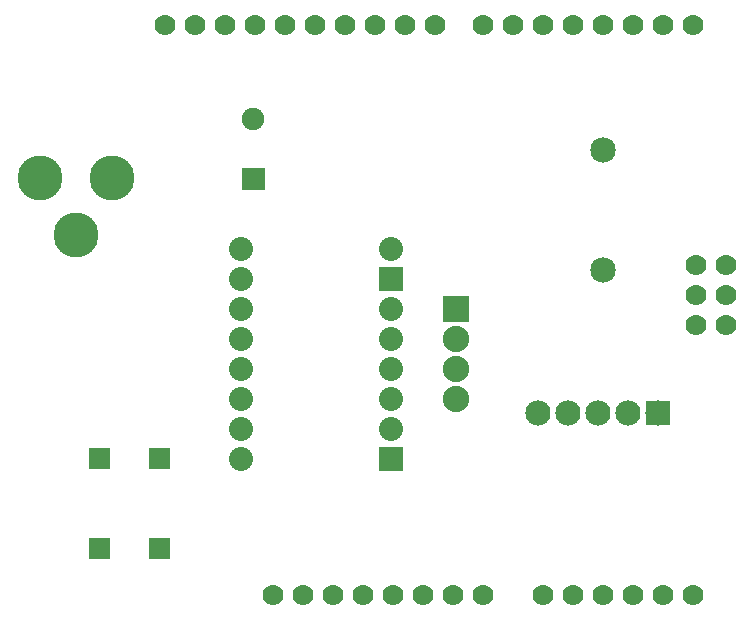
<source format=gts>
G04 MADE WITH FRITZING*
G04 WWW.FRITZING.ORG*
G04 DOUBLE SIDED*
G04 HOLES PLATED*
G04 CONTOUR ON CENTER OF CONTOUR VECTOR*
%ASAXBY*%
%FSLAX23Y23*%
%MOIN*%
%OFA0B0*%
%SFA1.0B1.0*%
%ADD10C,0.084000*%
%ADD11C,0.069370*%
%ADD12C,0.150000*%
%ADD13C,0.075000*%
%ADD14C,0.080000*%
%ADD15C,0.088000*%
%ADD16C,0.070000*%
%ADD17C,0.085000*%
%ADD18R,0.084000X0.084000*%
%ADD19R,0.080000X0.080000*%
%ADD20R,0.088000X0.088000*%
%ADD21R,0.001000X0.001000*%
%LNMASK1*%
G90*
G70*
G54D10*
X2395Y705D03*
X2295Y705D03*
X2195Y705D03*
X2095Y705D03*
X1995Y705D03*
G54D11*
X731Y552D03*
X731Y252D03*
X531Y552D03*
X531Y252D03*
X731Y552D03*
X731Y252D03*
X531Y552D03*
X531Y252D03*
G54D12*
X575Y1489D03*
X335Y1489D03*
X455Y1299D03*
G54D13*
X1045Y1685D03*
X1045Y1485D03*
X1045Y1685D03*
X1045Y1485D03*
G54D14*
X1003Y1252D03*
X1503Y1252D03*
X1003Y1152D03*
X1503Y1152D03*
X1003Y1052D03*
X1503Y1052D03*
X1003Y952D03*
X1503Y952D03*
X1003Y852D03*
X1503Y852D03*
X1003Y752D03*
X1503Y752D03*
X1003Y652D03*
X1503Y652D03*
X1003Y552D03*
X1503Y552D03*
G54D15*
X1720Y1051D03*
X1720Y951D03*
X1720Y851D03*
X1720Y751D03*
G54D16*
X949Y2000D03*
X1809Y100D03*
X2409Y2000D03*
X2619Y1100D03*
X1349Y2000D03*
X2309Y100D03*
X2009Y2000D03*
X1409Y100D03*
X2619Y1200D03*
X2619Y1000D03*
X1549Y2000D03*
X1149Y2000D03*
X2109Y100D03*
X2509Y100D03*
X2209Y2000D03*
X1809Y2000D03*
X1609Y100D03*
X2519Y1200D03*
X2519Y1100D03*
X2519Y1000D03*
X1649Y2000D03*
X1449Y2000D03*
X1249Y2000D03*
X1049Y2000D03*
X749Y2000D03*
X849Y2000D03*
X2009Y100D03*
X2209Y100D03*
X2409Y100D03*
X2509Y2000D03*
X2309Y2000D03*
X2109Y2000D03*
X1909Y2000D03*
X1309Y100D03*
X1509Y100D03*
X1209Y100D03*
X1109Y100D03*
X1709Y100D03*
G54D17*
X2209Y1584D03*
X2209Y1184D03*
G54D18*
X2395Y705D03*
G54D19*
X1503Y552D03*
X1503Y1152D03*
G54D20*
X1720Y1051D03*
G54D21*
X1008Y1522D02*
X1082Y1522D01*
X1008Y1521D02*
X1082Y1521D01*
X1008Y1520D02*
X1082Y1520D01*
X1008Y1519D02*
X1082Y1519D01*
X1008Y1518D02*
X1082Y1518D01*
X1008Y1517D02*
X1082Y1517D01*
X1008Y1516D02*
X1082Y1516D01*
X1008Y1515D02*
X1082Y1515D01*
X1008Y1514D02*
X1082Y1514D01*
X1008Y1513D02*
X1082Y1513D01*
X1008Y1512D02*
X1082Y1512D01*
X1008Y1511D02*
X1082Y1511D01*
X1008Y1510D02*
X1082Y1510D01*
X1008Y1509D02*
X1082Y1509D01*
X1008Y1508D02*
X1082Y1508D01*
X1008Y1507D02*
X1082Y1507D01*
X1008Y1506D02*
X1082Y1506D01*
X1008Y1505D02*
X1082Y1505D01*
X1008Y1504D02*
X1082Y1504D01*
X1008Y1503D02*
X1082Y1503D01*
X1008Y1502D02*
X1082Y1502D01*
X1008Y1501D02*
X1082Y1501D01*
X1008Y1500D02*
X1082Y1500D01*
X1008Y1499D02*
X1082Y1499D01*
X1008Y1498D02*
X1082Y1498D01*
X1008Y1497D02*
X1082Y1497D01*
X1008Y1496D02*
X1082Y1496D01*
X1008Y1495D02*
X1082Y1495D01*
X1008Y1494D02*
X1082Y1494D01*
X1008Y1493D02*
X1041Y1493D01*
X1049Y1493D02*
X1082Y1493D01*
X1008Y1492D02*
X1040Y1492D01*
X1051Y1492D02*
X1082Y1492D01*
X1008Y1491D02*
X1039Y1491D01*
X1052Y1491D02*
X1082Y1491D01*
X1008Y1490D02*
X1038Y1490D01*
X1053Y1490D02*
X1082Y1490D01*
X1008Y1489D02*
X1037Y1489D01*
X1053Y1489D02*
X1082Y1489D01*
X1008Y1488D02*
X1036Y1488D01*
X1054Y1488D02*
X1082Y1488D01*
X1008Y1487D02*
X1036Y1487D01*
X1054Y1487D02*
X1082Y1487D01*
X1008Y1486D02*
X1036Y1486D01*
X1054Y1486D02*
X1082Y1486D01*
X1008Y1485D02*
X1036Y1485D01*
X1054Y1485D02*
X1082Y1485D01*
X1008Y1484D02*
X1036Y1484D01*
X1054Y1484D02*
X1082Y1484D01*
X1008Y1483D02*
X1036Y1483D01*
X1054Y1483D02*
X1082Y1483D01*
X1008Y1482D02*
X1036Y1482D01*
X1054Y1482D02*
X1082Y1482D01*
X1008Y1481D02*
X1037Y1481D01*
X1054Y1481D02*
X1082Y1481D01*
X1008Y1480D02*
X1037Y1480D01*
X1053Y1480D02*
X1082Y1480D01*
X1008Y1479D02*
X1038Y1479D01*
X1052Y1479D02*
X1082Y1479D01*
X1008Y1478D02*
X1039Y1478D01*
X1051Y1478D02*
X1082Y1478D01*
X1008Y1477D02*
X1041Y1477D01*
X1050Y1477D02*
X1082Y1477D01*
X1008Y1476D02*
X1082Y1476D01*
X1008Y1475D02*
X1082Y1475D01*
X1008Y1474D02*
X1082Y1474D01*
X1008Y1473D02*
X1082Y1473D01*
X1008Y1472D02*
X1082Y1472D01*
X1008Y1471D02*
X1082Y1471D01*
X1008Y1470D02*
X1082Y1470D01*
X1008Y1469D02*
X1082Y1469D01*
X1008Y1468D02*
X1082Y1468D01*
X1008Y1467D02*
X1082Y1467D01*
X1008Y1466D02*
X1082Y1466D01*
X1008Y1465D02*
X1082Y1465D01*
X1008Y1464D02*
X1082Y1464D01*
X1008Y1463D02*
X1082Y1463D01*
X1008Y1462D02*
X1082Y1462D01*
X1008Y1461D02*
X1082Y1461D01*
X1008Y1460D02*
X1082Y1460D01*
X1008Y1459D02*
X1082Y1459D01*
X1008Y1458D02*
X1082Y1458D01*
X1008Y1457D02*
X1082Y1457D01*
X1008Y1456D02*
X1082Y1456D01*
X1008Y1455D02*
X1082Y1455D01*
X1008Y1454D02*
X1082Y1454D01*
X1008Y1453D02*
X1082Y1453D01*
X1008Y1452D02*
X1082Y1452D01*
X1008Y1451D02*
X1082Y1451D01*
X1008Y1450D02*
X1082Y1450D01*
X1008Y1449D02*
X1082Y1449D01*
X1008Y1448D02*
X1082Y1448D01*
X498Y587D02*
X566Y587D01*
X698Y587D02*
X766Y587D01*
X498Y586D02*
X566Y586D01*
X698Y586D02*
X766Y586D01*
X498Y585D02*
X566Y585D01*
X698Y585D02*
X766Y585D01*
X498Y584D02*
X566Y584D01*
X698Y584D02*
X766Y584D01*
X498Y583D02*
X566Y583D01*
X698Y583D02*
X766Y583D01*
X498Y582D02*
X566Y582D01*
X698Y582D02*
X766Y582D01*
X498Y581D02*
X566Y581D01*
X698Y581D02*
X766Y581D01*
X498Y580D02*
X566Y580D01*
X698Y580D02*
X766Y580D01*
X498Y579D02*
X566Y579D01*
X698Y579D02*
X766Y579D01*
X498Y578D02*
X566Y578D01*
X698Y578D02*
X766Y578D01*
X498Y577D02*
X566Y577D01*
X698Y577D02*
X766Y577D01*
X498Y576D02*
X566Y576D01*
X698Y576D02*
X766Y576D01*
X498Y575D02*
X566Y575D01*
X698Y575D02*
X766Y575D01*
X498Y574D02*
X566Y574D01*
X698Y574D02*
X766Y574D01*
X498Y573D02*
X566Y573D01*
X698Y573D02*
X766Y573D01*
X498Y572D02*
X566Y572D01*
X698Y572D02*
X766Y572D01*
X498Y571D02*
X566Y571D01*
X698Y571D02*
X766Y571D01*
X498Y570D02*
X566Y570D01*
X698Y570D02*
X766Y570D01*
X498Y569D02*
X566Y569D01*
X698Y569D02*
X766Y569D01*
X498Y568D02*
X566Y568D01*
X698Y568D02*
X766Y568D01*
X498Y567D02*
X528Y567D01*
X535Y567D02*
X566Y567D01*
X698Y567D02*
X728Y567D01*
X735Y567D02*
X766Y567D01*
X498Y566D02*
X525Y566D01*
X538Y566D02*
X566Y566D01*
X698Y566D02*
X725Y566D01*
X738Y566D02*
X766Y566D01*
X498Y565D02*
X523Y565D01*
X540Y565D02*
X566Y565D01*
X698Y565D02*
X723Y565D01*
X740Y565D02*
X766Y565D01*
X498Y564D02*
X522Y564D01*
X541Y564D02*
X566Y564D01*
X698Y564D02*
X722Y564D01*
X741Y564D02*
X766Y564D01*
X498Y563D02*
X521Y563D01*
X543Y563D02*
X566Y563D01*
X698Y563D02*
X721Y563D01*
X743Y563D02*
X766Y563D01*
X498Y562D02*
X520Y562D01*
X543Y562D02*
X566Y562D01*
X698Y562D02*
X720Y562D01*
X743Y562D02*
X766Y562D01*
X498Y561D02*
X519Y561D01*
X544Y561D02*
X566Y561D01*
X698Y561D02*
X719Y561D01*
X744Y561D02*
X766Y561D01*
X498Y560D02*
X519Y560D01*
X545Y560D02*
X566Y560D01*
X698Y560D02*
X719Y560D01*
X745Y560D02*
X766Y560D01*
X498Y559D02*
X518Y559D01*
X546Y559D02*
X566Y559D01*
X698Y559D02*
X718Y559D01*
X745Y559D02*
X766Y559D01*
X498Y558D02*
X518Y558D01*
X546Y558D02*
X566Y558D01*
X698Y558D02*
X718Y558D01*
X746Y558D02*
X766Y558D01*
X498Y557D02*
X517Y557D01*
X546Y557D02*
X566Y557D01*
X698Y557D02*
X717Y557D01*
X746Y557D02*
X766Y557D01*
X498Y556D02*
X517Y556D01*
X547Y556D02*
X566Y556D01*
X698Y556D02*
X717Y556D01*
X747Y556D02*
X766Y556D01*
X498Y555D02*
X517Y555D01*
X547Y555D02*
X566Y555D01*
X698Y555D02*
X717Y555D01*
X747Y555D02*
X766Y555D01*
X498Y554D02*
X517Y554D01*
X547Y554D02*
X566Y554D01*
X698Y554D02*
X717Y554D01*
X747Y554D02*
X766Y554D01*
X498Y553D02*
X517Y553D01*
X547Y553D02*
X566Y553D01*
X698Y553D02*
X717Y553D01*
X747Y553D02*
X766Y553D01*
X498Y552D02*
X517Y552D01*
X547Y552D02*
X566Y552D01*
X698Y552D02*
X717Y552D01*
X747Y552D02*
X766Y552D01*
X498Y551D02*
X517Y551D01*
X547Y551D02*
X566Y551D01*
X698Y551D02*
X717Y551D01*
X747Y551D02*
X766Y551D01*
X498Y550D02*
X517Y550D01*
X547Y550D02*
X566Y550D01*
X698Y550D02*
X717Y550D01*
X747Y550D02*
X766Y550D01*
X498Y549D02*
X517Y549D01*
X547Y549D02*
X566Y549D01*
X698Y549D02*
X717Y549D01*
X746Y549D02*
X766Y549D01*
X498Y548D02*
X517Y548D01*
X546Y548D02*
X566Y548D01*
X698Y548D02*
X717Y548D01*
X746Y548D02*
X766Y548D01*
X498Y547D02*
X518Y547D01*
X546Y547D02*
X566Y547D01*
X698Y547D02*
X718Y547D01*
X746Y547D02*
X766Y547D01*
X498Y546D02*
X518Y546D01*
X545Y546D02*
X566Y546D01*
X698Y546D02*
X718Y546D01*
X745Y546D02*
X766Y546D01*
X498Y545D02*
X519Y545D01*
X545Y545D02*
X566Y545D01*
X698Y545D02*
X719Y545D01*
X745Y545D02*
X766Y545D01*
X498Y544D02*
X519Y544D01*
X544Y544D02*
X566Y544D01*
X698Y544D02*
X719Y544D01*
X744Y544D02*
X766Y544D01*
X498Y543D02*
X520Y543D01*
X543Y543D02*
X566Y543D01*
X698Y543D02*
X720Y543D01*
X743Y543D02*
X766Y543D01*
X498Y542D02*
X521Y542D01*
X542Y542D02*
X566Y542D01*
X698Y542D02*
X721Y542D01*
X742Y542D02*
X766Y542D01*
X498Y541D02*
X522Y541D01*
X541Y541D02*
X566Y541D01*
X698Y541D02*
X722Y541D01*
X741Y541D02*
X766Y541D01*
X498Y540D02*
X524Y540D01*
X540Y540D02*
X566Y540D01*
X698Y540D02*
X724Y540D01*
X740Y540D02*
X766Y540D01*
X498Y539D02*
X526Y539D01*
X538Y539D02*
X566Y539D01*
X698Y539D02*
X725Y539D01*
X738Y539D02*
X766Y539D01*
X498Y538D02*
X530Y538D01*
X534Y538D02*
X566Y538D01*
X698Y538D02*
X730Y538D01*
X733Y538D02*
X766Y538D01*
X498Y537D02*
X566Y537D01*
X698Y537D02*
X766Y537D01*
X498Y536D02*
X566Y536D01*
X698Y536D02*
X766Y536D01*
X498Y535D02*
X566Y535D01*
X698Y535D02*
X766Y535D01*
X498Y534D02*
X566Y534D01*
X698Y534D02*
X766Y534D01*
X498Y533D02*
X566Y533D01*
X698Y533D02*
X766Y533D01*
X498Y532D02*
X566Y532D01*
X698Y532D02*
X766Y532D01*
X498Y531D02*
X566Y531D01*
X698Y531D02*
X766Y531D01*
X498Y530D02*
X566Y530D01*
X698Y530D02*
X766Y530D01*
X498Y529D02*
X566Y529D01*
X698Y529D02*
X766Y529D01*
X498Y528D02*
X566Y528D01*
X698Y528D02*
X766Y528D01*
X498Y527D02*
X566Y527D01*
X698Y527D02*
X766Y527D01*
X498Y526D02*
X566Y526D01*
X698Y526D02*
X766Y526D01*
X498Y525D02*
X566Y525D01*
X698Y525D02*
X766Y525D01*
X498Y524D02*
X566Y524D01*
X698Y524D02*
X766Y524D01*
X498Y523D02*
X566Y523D01*
X698Y523D02*
X766Y523D01*
X498Y522D02*
X566Y522D01*
X698Y522D02*
X766Y522D01*
X498Y521D02*
X566Y521D01*
X698Y521D02*
X766Y521D01*
X498Y520D02*
X566Y520D01*
X698Y520D02*
X766Y520D01*
X498Y519D02*
X566Y519D01*
X698Y519D02*
X766Y519D01*
X498Y518D02*
X566Y518D01*
X698Y518D02*
X766Y518D01*
X498Y287D02*
X566Y287D01*
X698Y287D02*
X766Y287D01*
X498Y286D02*
X566Y286D01*
X698Y286D02*
X766Y286D01*
X498Y285D02*
X566Y285D01*
X698Y285D02*
X766Y285D01*
X498Y284D02*
X566Y284D01*
X698Y284D02*
X766Y284D01*
X498Y283D02*
X566Y283D01*
X698Y283D02*
X766Y283D01*
X498Y282D02*
X566Y282D01*
X698Y282D02*
X766Y282D01*
X498Y281D02*
X566Y281D01*
X698Y281D02*
X766Y281D01*
X498Y280D02*
X566Y280D01*
X698Y280D02*
X766Y280D01*
X498Y279D02*
X566Y279D01*
X698Y279D02*
X766Y279D01*
X498Y278D02*
X566Y278D01*
X698Y278D02*
X766Y278D01*
X498Y277D02*
X566Y277D01*
X698Y277D02*
X766Y277D01*
X498Y276D02*
X566Y276D01*
X698Y276D02*
X766Y276D01*
X498Y275D02*
X566Y275D01*
X698Y275D02*
X766Y275D01*
X498Y274D02*
X566Y274D01*
X698Y274D02*
X766Y274D01*
X498Y273D02*
X566Y273D01*
X698Y273D02*
X766Y273D01*
X498Y272D02*
X566Y272D01*
X698Y272D02*
X766Y272D01*
X498Y271D02*
X566Y271D01*
X698Y271D02*
X766Y271D01*
X498Y270D02*
X566Y270D01*
X698Y270D02*
X766Y270D01*
X498Y269D02*
X566Y269D01*
X698Y269D02*
X766Y269D01*
X498Y268D02*
X566Y268D01*
X698Y268D02*
X766Y268D01*
X498Y267D02*
X528Y267D01*
X536Y267D02*
X566Y267D01*
X698Y267D02*
X728Y267D01*
X735Y267D02*
X766Y267D01*
X498Y266D02*
X525Y266D01*
X539Y266D02*
X566Y266D01*
X698Y266D02*
X725Y266D01*
X738Y266D02*
X766Y266D01*
X498Y265D02*
X523Y265D01*
X540Y265D02*
X566Y265D01*
X698Y265D02*
X723Y265D01*
X740Y265D02*
X766Y265D01*
X498Y264D02*
X522Y264D01*
X542Y264D02*
X566Y264D01*
X698Y264D02*
X722Y264D01*
X741Y264D02*
X766Y264D01*
X498Y263D02*
X521Y263D01*
X543Y263D02*
X566Y263D01*
X698Y263D02*
X721Y263D01*
X743Y263D02*
X766Y263D01*
X498Y262D02*
X520Y262D01*
X544Y262D02*
X566Y262D01*
X698Y262D02*
X720Y262D01*
X743Y262D02*
X766Y262D01*
X498Y261D02*
X519Y261D01*
X544Y261D02*
X566Y261D01*
X698Y261D02*
X719Y261D01*
X744Y261D02*
X766Y261D01*
X498Y260D02*
X519Y260D01*
X545Y260D02*
X566Y260D01*
X698Y260D02*
X719Y260D01*
X745Y260D02*
X766Y260D01*
X498Y259D02*
X518Y259D01*
X546Y259D02*
X566Y259D01*
X698Y259D02*
X718Y259D01*
X746Y259D02*
X766Y259D01*
X498Y258D02*
X518Y258D01*
X546Y258D02*
X566Y258D01*
X698Y258D02*
X718Y258D01*
X746Y258D02*
X766Y258D01*
X498Y257D02*
X517Y257D01*
X546Y257D02*
X566Y257D01*
X698Y257D02*
X717Y257D01*
X746Y257D02*
X766Y257D01*
X498Y256D02*
X517Y256D01*
X547Y256D02*
X566Y256D01*
X698Y256D02*
X717Y256D01*
X747Y256D02*
X766Y256D01*
X498Y255D02*
X517Y255D01*
X547Y255D02*
X566Y255D01*
X698Y255D02*
X717Y255D01*
X747Y255D02*
X766Y255D01*
X498Y254D02*
X517Y254D01*
X547Y254D02*
X566Y254D01*
X698Y254D02*
X717Y254D01*
X747Y254D02*
X766Y254D01*
X498Y253D02*
X517Y253D01*
X547Y253D02*
X566Y253D01*
X698Y253D02*
X717Y253D01*
X747Y253D02*
X766Y253D01*
X498Y252D02*
X517Y252D01*
X547Y252D02*
X566Y252D01*
X698Y252D02*
X717Y252D01*
X747Y252D02*
X766Y252D01*
X498Y251D02*
X517Y251D01*
X547Y251D02*
X566Y251D01*
X698Y251D02*
X717Y251D01*
X747Y251D02*
X766Y251D01*
X498Y250D02*
X517Y250D01*
X547Y250D02*
X566Y250D01*
X698Y250D02*
X717Y250D01*
X747Y250D02*
X766Y250D01*
X498Y249D02*
X517Y249D01*
X547Y249D02*
X566Y249D01*
X698Y249D02*
X717Y249D01*
X746Y249D02*
X766Y249D01*
X498Y248D02*
X517Y248D01*
X546Y248D02*
X566Y248D01*
X698Y248D02*
X717Y248D01*
X746Y248D02*
X766Y248D01*
X498Y247D02*
X518Y247D01*
X546Y247D02*
X566Y247D01*
X698Y247D02*
X718Y247D01*
X746Y247D02*
X766Y247D01*
X498Y246D02*
X518Y246D01*
X545Y246D02*
X566Y246D01*
X698Y246D02*
X718Y246D01*
X745Y246D02*
X766Y246D01*
X498Y245D02*
X519Y245D01*
X545Y245D02*
X566Y245D01*
X698Y245D02*
X719Y245D01*
X745Y245D02*
X766Y245D01*
X498Y244D02*
X519Y244D01*
X544Y244D02*
X566Y244D01*
X698Y244D02*
X719Y244D01*
X744Y244D02*
X766Y244D01*
X498Y243D02*
X520Y243D01*
X543Y243D02*
X566Y243D01*
X698Y243D02*
X720Y243D01*
X743Y243D02*
X766Y243D01*
X498Y242D02*
X521Y242D01*
X542Y242D02*
X566Y242D01*
X698Y242D02*
X721Y242D01*
X742Y242D02*
X766Y242D01*
X498Y241D02*
X522Y241D01*
X541Y241D02*
X566Y241D01*
X698Y241D02*
X722Y241D01*
X741Y241D02*
X766Y241D01*
X498Y240D02*
X524Y240D01*
X540Y240D02*
X566Y240D01*
X698Y240D02*
X724Y240D01*
X740Y240D02*
X766Y240D01*
X498Y239D02*
X526Y239D01*
X538Y239D02*
X566Y239D01*
X698Y239D02*
X726Y239D01*
X738Y239D02*
X766Y239D01*
X498Y238D02*
X531Y238D01*
X533Y238D02*
X566Y238D01*
X698Y238D02*
X731Y238D01*
X733Y238D02*
X766Y238D01*
X498Y237D02*
X566Y237D01*
X698Y237D02*
X766Y237D01*
X498Y236D02*
X566Y236D01*
X698Y236D02*
X766Y236D01*
X498Y235D02*
X566Y235D01*
X698Y235D02*
X766Y235D01*
X498Y234D02*
X566Y234D01*
X698Y234D02*
X766Y234D01*
X498Y233D02*
X566Y233D01*
X698Y233D02*
X766Y233D01*
X498Y232D02*
X566Y232D01*
X698Y232D02*
X766Y232D01*
X498Y231D02*
X566Y231D01*
X698Y231D02*
X766Y231D01*
X498Y230D02*
X566Y230D01*
X698Y230D02*
X766Y230D01*
X498Y229D02*
X566Y229D01*
X698Y229D02*
X766Y229D01*
X498Y228D02*
X566Y228D01*
X698Y228D02*
X766Y228D01*
X498Y227D02*
X566Y227D01*
X698Y227D02*
X766Y227D01*
X498Y226D02*
X566Y226D01*
X698Y226D02*
X766Y226D01*
X498Y225D02*
X566Y225D01*
X698Y225D02*
X766Y225D01*
X498Y224D02*
X566Y224D01*
X698Y224D02*
X766Y224D01*
X498Y223D02*
X566Y223D01*
X698Y223D02*
X766Y223D01*
X498Y222D02*
X566Y222D01*
X698Y222D02*
X766Y222D01*
X498Y221D02*
X566Y221D01*
X698Y221D02*
X766Y221D01*
X498Y220D02*
X566Y220D01*
X698Y220D02*
X766Y220D01*
X498Y219D02*
X566Y219D01*
X698Y219D02*
X766Y219D01*
X498Y218D02*
X566Y218D01*
X698Y218D02*
X765Y218D01*
D02*
G04 End of Mask1*
M02*
</source>
